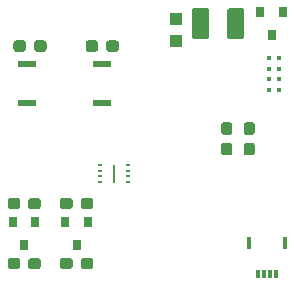
<source format=gbr>
G04 #@! TF.GenerationSoftware,KiCad,Pcbnew,(5.0.0-rc2-200-g1f6f76beb)*
G04 #@! TF.CreationDate,2020-02-25T20:58:18-05:00*
G04 #@! TF.ProjectId,watch-logic,77617463682D6C6F6769632E6B696361,rev?*
G04 #@! TF.SameCoordinates,Original*
G04 #@! TF.FileFunction,Paste,Top*
G04 #@! TF.FilePolarity,Positive*
%FSLAX46Y46*%
G04 Gerber Fmt 4.6, Leading zero omitted, Abs format (unit mm)*
G04 Created by KiCad (PCBNEW (5.0.0-rc2-200-g1f6f76beb)) date Tue Feb 25 20:58:18 2020*
%MOMM*%
%LPD*%
G01*
G04 APERTURE LIST*
%ADD10R,1.100000X1.050000*%
%ADD11C,0.100000*%
%ADD12C,1.425000*%
%ADD13R,0.420000X0.400000*%
%ADD14R,0.800000X0.900000*%
%ADD15C,0.950000*%
%ADD16R,1.500000X0.550000*%
%ADD17R,0.300000X0.250000*%
%ADD18R,0.200000X1.600000*%
%ADD19R,0.300000X0.700000*%
%ADD20R,0.300000X1.000000*%
G04 APERTURE END LIST*
D10*
G04 #@! TO.C,Y1*
X177927000Y-113284000D03*
X177927000Y-115134000D03*
G04 #@! TD*
D11*
G04 #@! TO.C,C1*
G36*
X183494004Y-112341204D02*
X183518273Y-112344804D01*
X183542071Y-112350765D01*
X183565171Y-112359030D01*
X183587349Y-112369520D01*
X183608393Y-112382133D01*
X183628098Y-112396747D01*
X183646277Y-112413223D01*
X183662753Y-112431402D01*
X183677367Y-112451107D01*
X183689980Y-112472151D01*
X183700470Y-112494329D01*
X183708735Y-112517429D01*
X183714696Y-112541227D01*
X183718296Y-112565496D01*
X183719500Y-112590000D01*
X183719500Y-114740000D01*
X183718296Y-114764504D01*
X183714696Y-114788773D01*
X183708735Y-114812571D01*
X183700470Y-114835671D01*
X183689980Y-114857849D01*
X183677367Y-114878893D01*
X183662753Y-114898598D01*
X183646277Y-114916777D01*
X183628098Y-114933253D01*
X183608393Y-114947867D01*
X183587349Y-114960480D01*
X183565171Y-114970970D01*
X183542071Y-114979235D01*
X183518273Y-114985196D01*
X183494004Y-114988796D01*
X183469500Y-114990000D01*
X182544500Y-114990000D01*
X182519996Y-114988796D01*
X182495727Y-114985196D01*
X182471929Y-114979235D01*
X182448829Y-114970970D01*
X182426651Y-114960480D01*
X182405607Y-114947867D01*
X182385902Y-114933253D01*
X182367723Y-114916777D01*
X182351247Y-114898598D01*
X182336633Y-114878893D01*
X182324020Y-114857849D01*
X182313530Y-114835671D01*
X182305265Y-114812571D01*
X182299304Y-114788773D01*
X182295704Y-114764504D01*
X182294500Y-114740000D01*
X182294500Y-112590000D01*
X182295704Y-112565496D01*
X182299304Y-112541227D01*
X182305265Y-112517429D01*
X182313530Y-112494329D01*
X182324020Y-112472151D01*
X182336633Y-112451107D01*
X182351247Y-112431402D01*
X182367723Y-112413223D01*
X182385902Y-112396747D01*
X182405607Y-112382133D01*
X182426651Y-112369520D01*
X182448829Y-112359030D01*
X182471929Y-112350765D01*
X182495727Y-112344804D01*
X182519996Y-112341204D01*
X182544500Y-112340000D01*
X183469500Y-112340000D01*
X183494004Y-112341204D01*
X183494004Y-112341204D01*
G37*
D12*
X183007000Y-113665000D03*
D11*
G36*
X180519004Y-112341204D02*
X180543273Y-112344804D01*
X180567071Y-112350765D01*
X180590171Y-112359030D01*
X180612349Y-112369520D01*
X180633393Y-112382133D01*
X180653098Y-112396747D01*
X180671277Y-112413223D01*
X180687753Y-112431402D01*
X180702367Y-112451107D01*
X180714980Y-112472151D01*
X180725470Y-112494329D01*
X180733735Y-112517429D01*
X180739696Y-112541227D01*
X180743296Y-112565496D01*
X180744500Y-112590000D01*
X180744500Y-114740000D01*
X180743296Y-114764504D01*
X180739696Y-114788773D01*
X180733735Y-114812571D01*
X180725470Y-114835671D01*
X180714980Y-114857849D01*
X180702367Y-114878893D01*
X180687753Y-114898598D01*
X180671277Y-114916777D01*
X180653098Y-114933253D01*
X180633393Y-114947867D01*
X180612349Y-114960480D01*
X180590171Y-114970970D01*
X180567071Y-114979235D01*
X180543273Y-114985196D01*
X180519004Y-114988796D01*
X180494500Y-114990000D01*
X179569500Y-114990000D01*
X179544996Y-114988796D01*
X179520727Y-114985196D01*
X179496929Y-114979235D01*
X179473829Y-114970970D01*
X179451651Y-114960480D01*
X179430607Y-114947867D01*
X179410902Y-114933253D01*
X179392723Y-114916777D01*
X179376247Y-114898598D01*
X179361633Y-114878893D01*
X179349020Y-114857849D01*
X179338530Y-114835671D01*
X179330265Y-114812571D01*
X179324304Y-114788773D01*
X179320704Y-114764504D01*
X179319500Y-114740000D01*
X179319500Y-112590000D01*
X179320704Y-112565496D01*
X179324304Y-112541227D01*
X179330265Y-112517429D01*
X179338530Y-112494329D01*
X179349020Y-112472151D01*
X179361633Y-112451107D01*
X179376247Y-112431402D01*
X179392723Y-112413223D01*
X179410902Y-112396747D01*
X179430607Y-112382133D01*
X179451651Y-112369520D01*
X179473829Y-112359030D01*
X179496929Y-112350765D01*
X179520727Y-112344804D01*
X179544996Y-112341204D01*
X179569500Y-112340000D01*
X180494500Y-112340000D01*
X180519004Y-112341204D01*
X180519004Y-112341204D01*
G37*
D12*
X180032000Y-113665000D03*
G04 #@! TD*
D13*
G04 #@! TO.C,IC2*
X185790000Y-119275000D03*
X185790000Y-118375000D03*
X185790000Y-117475000D03*
X185790000Y-116575000D03*
X186690000Y-119275000D03*
X186690000Y-118375000D03*
X186690000Y-117475000D03*
X186690000Y-116575000D03*
G04 #@! TD*
D14*
G04 #@! TO.C,Q1*
X166050000Y-130445000D03*
X164150000Y-130445000D03*
X165100000Y-132445000D03*
G04 #@! TD*
G04 #@! TO.C,Q2*
X169545000Y-132445000D03*
X168595000Y-130445000D03*
X170495000Y-130445000D03*
G04 #@! TD*
D11*
G04 #@! TO.C,R3*
G36*
X172889779Y-115096144D02*
X172912834Y-115099563D01*
X172935443Y-115105227D01*
X172957387Y-115113079D01*
X172978457Y-115123044D01*
X172998448Y-115135026D01*
X173017168Y-115148910D01*
X173034438Y-115164562D01*
X173050090Y-115181832D01*
X173063974Y-115200552D01*
X173075956Y-115220543D01*
X173085921Y-115241613D01*
X173093773Y-115263557D01*
X173099437Y-115286166D01*
X173102856Y-115309221D01*
X173104000Y-115332500D01*
X173104000Y-115807500D01*
X173102856Y-115830779D01*
X173099437Y-115853834D01*
X173093773Y-115876443D01*
X173085921Y-115898387D01*
X173075956Y-115919457D01*
X173063974Y-115939448D01*
X173050090Y-115958168D01*
X173034438Y-115975438D01*
X173017168Y-115991090D01*
X172998448Y-116004974D01*
X172978457Y-116016956D01*
X172957387Y-116026921D01*
X172935443Y-116034773D01*
X172912834Y-116040437D01*
X172889779Y-116043856D01*
X172866500Y-116045000D01*
X172291500Y-116045000D01*
X172268221Y-116043856D01*
X172245166Y-116040437D01*
X172222557Y-116034773D01*
X172200613Y-116026921D01*
X172179543Y-116016956D01*
X172159552Y-116004974D01*
X172140832Y-115991090D01*
X172123562Y-115975438D01*
X172107910Y-115958168D01*
X172094026Y-115939448D01*
X172082044Y-115919457D01*
X172072079Y-115898387D01*
X172064227Y-115876443D01*
X172058563Y-115853834D01*
X172055144Y-115830779D01*
X172054000Y-115807500D01*
X172054000Y-115332500D01*
X172055144Y-115309221D01*
X172058563Y-115286166D01*
X172064227Y-115263557D01*
X172072079Y-115241613D01*
X172082044Y-115220543D01*
X172094026Y-115200552D01*
X172107910Y-115181832D01*
X172123562Y-115164562D01*
X172140832Y-115148910D01*
X172159552Y-115135026D01*
X172179543Y-115123044D01*
X172200613Y-115113079D01*
X172222557Y-115105227D01*
X172245166Y-115099563D01*
X172268221Y-115096144D01*
X172291500Y-115095000D01*
X172866500Y-115095000D01*
X172889779Y-115096144D01*
X172889779Y-115096144D01*
G37*
D15*
X172579000Y-115570000D03*
D11*
G36*
X171139779Y-115096144D02*
X171162834Y-115099563D01*
X171185443Y-115105227D01*
X171207387Y-115113079D01*
X171228457Y-115123044D01*
X171248448Y-115135026D01*
X171267168Y-115148910D01*
X171284438Y-115164562D01*
X171300090Y-115181832D01*
X171313974Y-115200552D01*
X171325956Y-115220543D01*
X171335921Y-115241613D01*
X171343773Y-115263557D01*
X171349437Y-115286166D01*
X171352856Y-115309221D01*
X171354000Y-115332500D01*
X171354000Y-115807500D01*
X171352856Y-115830779D01*
X171349437Y-115853834D01*
X171343773Y-115876443D01*
X171335921Y-115898387D01*
X171325956Y-115919457D01*
X171313974Y-115939448D01*
X171300090Y-115958168D01*
X171284438Y-115975438D01*
X171267168Y-115991090D01*
X171248448Y-116004974D01*
X171228457Y-116016956D01*
X171207387Y-116026921D01*
X171185443Y-116034773D01*
X171162834Y-116040437D01*
X171139779Y-116043856D01*
X171116500Y-116045000D01*
X170541500Y-116045000D01*
X170518221Y-116043856D01*
X170495166Y-116040437D01*
X170472557Y-116034773D01*
X170450613Y-116026921D01*
X170429543Y-116016956D01*
X170409552Y-116004974D01*
X170390832Y-115991090D01*
X170373562Y-115975438D01*
X170357910Y-115958168D01*
X170344026Y-115939448D01*
X170332044Y-115919457D01*
X170322079Y-115898387D01*
X170314227Y-115876443D01*
X170308563Y-115853834D01*
X170305144Y-115830779D01*
X170304000Y-115807500D01*
X170304000Y-115332500D01*
X170305144Y-115309221D01*
X170308563Y-115286166D01*
X170314227Y-115263557D01*
X170322079Y-115241613D01*
X170332044Y-115220543D01*
X170344026Y-115200552D01*
X170357910Y-115181832D01*
X170373562Y-115164562D01*
X170390832Y-115148910D01*
X170409552Y-115135026D01*
X170429543Y-115123044D01*
X170450613Y-115113079D01*
X170472557Y-115105227D01*
X170495166Y-115099563D01*
X170518221Y-115096144D01*
X170541500Y-115095000D01*
X171116500Y-115095000D01*
X171139779Y-115096144D01*
X171139779Y-115096144D01*
G37*
D15*
X170829000Y-115570000D03*
G04 #@! TD*
D11*
G04 #@! TO.C,R4*
G36*
X166779779Y-115096144D02*
X166802834Y-115099563D01*
X166825443Y-115105227D01*
X166847387Y-115113079D01*
X166868457Y-115123044D01*
X166888448Y-115135026D01*
X166907168Y-115148910D01*
X166924438Y-115164562D01*
X166940090Y-115181832D01*
X166953974Y-115200552D01*
X166965956Y-115220543D01*
X166975921Y-115241613D01*
X166983773Y-115263557D01*
X166989437Y-115286166D01*
X166992856Y-115309221D01*
X166994000Y-115332500D01*
X166994000Y-115807500D01*
X166992856Y-115830779D01*
X166989437Y-115853834D01*
X166983773Y-115876443D01*
X166975921Y-115898387D01*
X166965956Y-115919457D01*
X166953974Y-115939448D01*
X166940090Y-115958168D01*
X166924438Y-115975438D01*
X166907168Y-115991090D01*
X166888448Y-116004974D01*
X166868457Y-116016956D01*
X166847387Y-116026921D01*
X166825443Y-116034773D01*
X166802834Y-116040437D01*
X166779779Y-116043856D01*
X166756500Y-116045000D01*
X166181500Y-116045000D01*
X166158221Y-116043856D01*
X166135166Y-116040437D01*
X166112557Y-116034773D01*
X166090613Y-116026921D01*
X166069543Y-116016956D01*
X166049552Y-116004974D01*
X166030832Y-115991090D01*
X166013562Y-115975438D01*
X165997910Y-115958168D01*
X165984026Y-115939448D01*
X165972044Y-115919457D01*
X165962079Y-115898387D01*
X165954227Y-115876443D01*
X165948563Y-115853834D01*
X165945144Y-115830779D01*
X165944000Y-115807500D01*
X165944000Y-115332500D01*
X165945144Y-115309221D01*
X165948563Y-115286166D01*
X165954227Y-115263557D01*
X165962079Y-115241613D01*
X165972044Y-115220543D01*
X165984026Y-115200552D01*
X165997910Y-115181832D01*
X166013562Y-115164562D01*
X166030832Y-115148910D01*
X166049552Y-115135026D01*
X166069543Y-115123044D01*
X166090613Y-115113079D01*
X166112557Y-115105227D01*
X166135166Y-115099563D01*
X166158221Y-115096144D01*
X166181500Y-115095000D01*
X166756500Y-115095000D01*
X166779779Y-115096144D01*
X166779779Y-115096144D01*
G37*
D15*
X166469000Y-115570000D03*
D11*
G36*
X165029779Y-115096144D02*
X165052834Y-115099563D01*
X165075443Y-115105227D01*
X165097387Y-115113079D01*
X165118457Y-115123044D01*
X165138448Y-115135026D01*
X165157168Y-115148910D01*
X165174438Y-115164562D01*
X165190090Y-115181832D01*
X165203974Y-115200552D01*
X165215956Y-115220543D01*
X165225921Y-115241613D01*
X165233773Y-115263557D01*
X165239437Y-115286166D01*
X165242856Y-115309221D01*
X165244000Y-115332500D01*
X165244000Y-115807500D01*
X165242856Y-115830779D01*
X165239437Y-115853834D01*
X165233773Y-115876443D01*
X165225921Y-115898387D01*
X165215956Y-115919457D01*
X165203974Y-115939448D01*
X165190090Y-115958168D01*
X165174438Y-115975438D01*
X165157168Y-115991090D01*
X165138448Y-116004974D01*
X165118457Y-116016956D01*
X165097387Y-116026921D01*
X165075443Y-116034773D01*
X165052834Y-116040437D01*
X165029779Y-116043856D01*
X165006500Y-116045000D01*
X164431500Y-116045000D01*
X164408221Y-116043856D01*
X164385166Y-116040437D01*
X164362557Y-116034773D01*
X164340613Y-116026921D01*
X164319543Y-116016956D01*
X164299552Y-116004974D01*
X164280832Y-115991090D01*
X164263562Y-115975438D01*
X164247910Y-115958168D01*
X164234026Y-115939448D01*
X164222044Y-115919457D01*
X164212079Y-115898387D01*
X164204227Y-115876443D01*
X164198563Y-115853834D01*
X164195144Y-115830779D01*
X164194000Y-115807500D01*
X164194000Y-115332500D01*
X164195144Y-115309221D01*
X164198563Y-115286166D01*
X164204227Y-115263557D01*
X164212079Y-115241613D01*
X164222044Y-115220543D01*
X164234026Y-115200552D01*
X164247910Y-115181832D01*
X164263562Y-115164562D01*
X164280832Y-115148910D01*
X164299552Y-115135026D01*
X164319543Y-115123044D01*
X164340613Y-115113079D01*
X164362557Y-115105227D01*
X164385166Y-115099563D01*
X164408221Y-115096144D01*
X164431500Y-115095000D01*
X165006500Y-115095000D01*
X165029779Y-115096144D01*
X165029779Y-115096144D01*
G37*
D15*
X164719000Y-115570000D03*
G04 #@! TD*
D11*
G04 #@! TO.C,R5*
G36*
X184410779Y-123781144D02*
X184433834Y-123784563D01*
X184456443Y-123790227D01*
X184478387Y-123798079D01*
X184499457Y-123808044D01*
X184519448Y-123820026D01*
X184538168Y-123833910D01*
X184555438Y-123849562D01*
X184571090Y-123866832D01*
X184584974Y-123885552D01*
X184596956Y-123905543D01*
X184606921Y-123926613D01*
X184614773Y-123948557D01*
X184620437Y-123971166D01*
X184623856Y-123994221D01*
X184625000Y-124017500D01*
X184625000Y-124592500D01*
X184623856Y-124615779D01*
X184620437Y-124638834D01*
X184614773Y-124661443D01*
X184606921Y-124683387D01*
X184596956Y-124704457D01*
X184584974Y-124724448D01*
X184571090Y-124743168D01*
X184555438Y-124760438D01*
X184538168Y-124776090D01*
X184519448Y-124789974D01*
X184499457Y-124801956D01*
X184478387Y-124811921D01*
X184456443Y-124819773D01*
X184433834Y-124825437D01*
X184410779Y-124828856D01*
X184387500Y-124830000D01*
X183912500Y-124830000D01*
X183889221Y-124828856D01*
X183866166Y-124825437D01*
X183843557Y-124819773D01*
X183821613Y-124811921D01*
X183800543Y-124801956D01*
X183780552Y-124789974D01*
X183761832Y-124776090D01*
X183744562Y-124760438D01*
X183728910Y-124743168D01*
X183715026Y-124724448D01*
X183703044Y-124704457D01*
X183693079Y-124683387D01*
X183685227Y-124661443D01*
X183679563Y-124638834D01*
X183676144Y-124615779D01*
X183675000Y-124592500D01*
X183675000Y-124017500D01*
X183676144Y-123994221D01*
X183679563Y-123971166D01*
X183685227Y-123948557D01*
X183693079Y-123926613D01*
X183703044Y-123905543D01*
X183715026Y-123885552D01*
X183728910Y-123866832D01*
X183744562Y-123849562D01*
X183761832Y-123833910D01*
X183780552Y-123820026D01*
X183800543Y-123808044D01*
X183821613Y-123798079D01*
X183843557Y-123790227D01*
X183866166Y-123784563D01*
X183889221Y-123781144D01*
X183912500Y-123780000D01*
X184387500Y-123780000D01*
X184410779Y-123781144D01*
X184410779Y-123781144D01*
G37*
D15*
X184150000Y-124305000D03*
D11*
G36*
X184410779Y-122031144D02*
X184433834Y-122034563D01*
X184456443Y-122040227D01*
X184478387Y-122048079D01*
X184499457Y-122058044D01*
X184519448Y-122070026D01*
X184538168Y-122083910D01*
X184555438Y-122099562D01*
X184571090Y-122116832D01*
X184584974Y-122135552D01*
X184596956Y-122155543D01*
X184606921Y-122176613D01*
X184614773Y-122198557D01*
X184620437Y-122221166D01*
X184623856Y-122244221D01*
X184625000Y-122267500D01*
X184625000Y-122842500D01*
X184623856Y-122865779D01*
X184620437Y-122888834D01*
X184614773Y-122911443D01*
X184606921Y-122933387D01*
X184596956Y-122954457D01*
X184584974Y-122974448D01*
X184571090Y-122993168D01*
X184555438Y-123010438D01*
X184538168Y-123026090D01*
X184519448Y-123039974D01*
X184499457Y-123051956D01*
X184478387Y-123061921D01*
X184456443Y-123069773D01*
X184433834Y-123075437D01*
X184410779Y-123078856D01*
X184387500Y-123080000D01*
X183912500Y-123080000D01*
X183889221Y-123078856D01*
X183866166Y-123075437D01*
X183843557Y-123069773D01*
X183821613Y-123061921D01*
X183800543Y-123051956D01*
X183780552Y-123039974D01*
X183761832Y-123026090D01*
X183744562Y-123010438D01*
X183728910Y-122993168D01*
X183715026Y-122974448D01*
X183703044Y-122954457D01*
X183693079Y-122933387D01*
X183685227Y-122911443D01*
X183679563Y-122888834D01*
X183676144Y-122865779D01*
X183675000Y-122842500D01*
X183675000Y-122267500D01*
X183676144Y-122244221D01*
X183679563Y-122221166D01*
X183685227Y-122198557D01*
X183693079Y-122176613D01*
X183703044Y-122155543D01*
X183715026Y-122135552D01*
X183728910Y-122116832D01*
X183744562Y-122099562D01*
X183761832Y-122083910D01*
X183780552Y-122070026D01*
X183800543Y-122058044D01*
X183821613Y-122048079D01*
X183843557Y-122040227D01*
X183866166Y-122034563D01*
X183889221Y-122031144D01*
X183912500Y-122030000D01*
X184387500Y-122030000D01*
X184410779Y-122031144D01*
X184410779Y-122031144D01*
G37*
D15*
X184150000Y-122555000D03*
G04 #@! TD*
D11*
G04 #@! TO.C,R6*
G36*
X182505779Y-122031144D02*
X182528834Y-122034563D01*
X182551443Y-122040227D01*
X182573387Y-122048079D01*
X182594457Y-122058044D01*
X182614448Y-122070026D01*
X182633168Y-122083910D01*
X182650438Y-122099562D01*
X182666090Y-122116832D01*
X182679974Y-122135552D01*
X182691956Y-122155543D01*
X182701921Y-122176613D01*
X182709773Y-122198557D01*
X182715437Y-122221166D01*
X182718856Y-122244221D01*
X182720000Y-122267500D01*
X182720000Y-122842500D01*
X182718856Y-122865779D01*
X182715437Y-122888834D01*
X182709773Y-122911443D01*
X182701921Y-122933387D01*
X182691956Y-122954457D01*
X182679974Y-122974448D01*
X182666090Y-122993168D01*
X182650438Y-123010438D01*
X182633168Y-123026090D01*
X182614448Y-123039974D01*
X182594457Y-123051956D01*
X182573387Y-123061921D01*
X182551443Y-123069773D01*
X182528834Y-123075437D01*
X182505779Y-123078856D01*
X182482500Y-123080000D01*
X182007500Y-123080000D01*
X181984221Y-123078856D01*
X181961166Y-123075437D01*
X181938557Y-123069773D01*
X181916613Y-123061921D01*
X181895543Y-123051956D01*
X181875552Y-123039974D01*
X181856832Y-123026090D01*
X181839562Y-123010438D01*
X181823910Y-122993168D01*
X181810026Y-122974448D01*
X181798044Y-122954457D01*
X181788079Y-122933387D01*
X181780227Y-122911443D01*
X181774563Y-122888834D01*
X181771144Y-122865779D01*
X181770000Y-122842500D01*
X181770000Y-122267500D01*
X181771144Y-122244221D01*
X181774563Y-122221166D01*
X181780227Y-122198557D01*
X181788079Y-122176613D01*
X181798044Y-122155543D01*
X181810026Y-122135552D01*
X181823910Y-122116832D01*
X181839562Y-122099562D01*
X181856832Y-122083910D01*
X181875552Y-122070026D01*
X181895543Y-122058044D01*
X181916613Y-122048079D01*
X181938557Y-122040227D01*
X181961166Y-122034563D01*
X181984221Y-122031144D01*
X182007500Y-122030000D01*
X182482500Y-122030000D01*
X182505779Y-122031144D01*
X182505779Y-122031144D01*
G37*
D15*
X182245000Y-122555000D03*
D11*
G36*
X182505779Y-123781144D02*
X182528834Y-123784563D01*
X182551443Y-123790227D01*
X182573387Y-123798079D01*
X182594457Y-123808044D01*
X182614448Y-123820026D01*
X182633168Y-123833910D01*
X182650438Y-123849562D01*
X182666090Y-123866832D01*
X182679974Y-123885552D01*
X182691956Y-123905543D01*
X182701921Y-123926613D01*
X182709773Y-123948557D01*
X182715437Y-123971166D01*
X182718856Y-123994221D01*
X182720000Y-124017500D01*
X182720000Y-124592500D01*
X182718856Y-124615779D01*
X182715437Y-124638834D01*
X182709773Y-124661443D01*
X182701921Y-124683387D01*
X182691956Y-124704457D01*
X182679974Y-124724448D01*
X182666090Y-124743168D01*
X182650438Y-124760438D01*
X182633168Y-124776090D01*
X182614448Y-124789974D01*
X182594457Y-124801956D01*
X182573387Y-124811921D01*
X182551443Y-124819773D01*
X182528834Y-124825437D01*
X182505779Y-124828856D01*
X182482500Y-124830000D01*
X182007500Y-124830000D01*
X181984221Y-124828856D01*
X181961166Y-124825437D01*
X181938557Y-124819773D01*
X181916613Y-124811921D01*
X181895543Y-124801956D01*
X181875552Y-124789974D01*
X181856832Y-124776090D01*
X181839562Y-124760438D01*
X181823910Y-124743168D01*
X181810026Y-124724448D01*
X181798044Y-124704457D01*
X181788079Y-124683387D01*
X181780227Y-124661443D01*
X181774563Y-124638834D01*
X181771144Y-124615779D01*
X181770000Y-124592500D01*
X181770000Y-124017500D01*
X181771144Y-123994221D01*
X181774563Y-123971166D01*
X181780227Y-123948557D01*
X181788079Y-123926613D01*
X181798044Y-123905543D01*
X181810026Y-123885552D01*
X181823910Y-123866832D01*
X181839562Y-123849562D01*
X181856832Y-123833910D01*
X181875552Y-123820026D01*
X181895543Y-123808044D01*
X181916613Y-123798079D01*
X181938557Y-123790227D01*
X181961166Y-123784563D01*
X181984221Y-123781144D01*
X182007500Y-123780000D01*
X182482500Y-123780000D01*
X182505779Y-123781144D01*
X182505779Y-123781144D01*
G37*
D15*
X182245000Y-124305000D03*
G04 #@! TD*
D11*
G04 #@! TO.C,R7*
G36*
X166285779Y-128431144D02*
X166308834Y-128434563D01*
X166331443Y-128440227D01*
X166353387Y-128448079D01*
X166374457Y-128458044D01*
X166394448Y-128470026D01*
X166413168Y-128483910D01*
X166430438Y-128499562D01*
X166446090Y-128516832D01*
X166459974Y-128535552D01*
X166471956Y-128555543D01*
X166481921Y-128576613D01*
X166489773Y-128598557D01*
X166495437Y-128621166D01*
X166498856Y-128644221D01*
X166500000Y-128667500D01*
X166500000Y-129142500D01*
X166498856Y-129165779D01*
X166495437Y-129188834D01*
X166489773Y-129211443D01*
X166481921Y-129233387D01*
X166471956Y-129254457D01*
X166459974Y-129274448D01*
X166446090Y-129293168D01*
X166430438Y-129310438D01*
X166413168Y-129326090D01*
X166394448Y-129339974D01*
X166374457Y-129351956D01*
X166353387Y-129361921D01*
X166331443Y-129369773D01*
X166308834Y-129375437D01*
X166285779Y-129378856D01*
X166262500Y-129380000D01*
X165687500Y-129380000D01*
X165664221Y-129378856D01*
X165641166Y-129375437D01*
X165618557Y-129369773D01*
X165596613Y-129361921D01*
X165575543Y-129351956D01*
X165555552Y-129339974D01*
X165536832Y-129326090D01*
X165519562Y-129310438D01*
X165503910Y-129293168D01*
X165490026Y-129274448D01*
X165478044Y-129254457D01*
X165468079Y-129233387D01*
X165460227Y-129211443D01*
X165454563Y-129188834D01*
X165451144Y-129165779D01*
X165450000Y-129142500D01*
X165450000Y-128667500D01*
X165451144Y-128644221D01*
X165454563Y-128621166D01*
X165460227Y-128598557D01*
X165468079Y-128576613D01*
X165478044Y-128555543D01*
X165490026Y-128535552D01*
X165503910Y-128516832D01*
X165519562Y-128499562D01*
X165536832Y-128483910D01*
X165555552Y-128470026D01*
X165575543Y-128458044D01*
X165596613Y-128448079D01*
X165618557Y-128440227D01*
X165641166Y-128434563D01*
X165664221Y-128431144D01*
X165687500Y-128430000D01*
X166262500Y-128430000D01*
X166285779Y-128431144D01*
X166285779Y-128431144D01*
G37*
D15*
X165975000Y-128905000D03*
D11*
G36*
X164535779Y-128431144D02*
X164558834Y-128434563D01*
X164581443Y-128440227D01*
X164603387Y-128448079D01*
X164624457Y-128458044D01*
X164644448Y-128470026D01*
X164663168Y-128483910D01*
X164680438Y-128499562D01*
X164696090Y-128516832D01*
X164709974Y-128535552D01*
X164721956Y-128555543D01*
X164731921Y-128576613D01*
X164739773Y-128598557D01*
X164745437Y-128621166D01*
X164748856Y-128644221D01*
X164750000Y-128667500D01*
X164750000Y-129142500D01*
X164748856Y-129165779D01*
X164745437Y-129188834D01*
X164739773Y-129211443D01*
X164731921Y-129233387D01*
X164721956Y-129254457D01*
X164709974Y-129274448D01*
X164696090Y-129293168D01*
X164680438Y-129310438D01*
X164663168Y-129326090D01*
X164644448Y-129339974D01*
X164624457Y-129351956D01*
X164603387Y-129361921D01*
X164581443Y-129369773D01*
X164558834Y-129375437D01*
X164535779Y-129378856D01*
X164512500Y-129380000D01*
X163937500Y-129380000D01*
X163914221Y-129378856D01*
X163891166Y-129375437D01*
X163868557Y-129369773D01*
X163846613Y-129361921D01*
X163825543Y-129351956D01*
X163805552Y-129339974D01*
X163786832Y-129326090D01*
X163769562Y-129310438D01*
X163753910Y-129293168D01*
X163740026Y-129274448D01*
X163728044Y-129254457D01*
X163718079Y-129233387D01*
X163710227Y-129211443D01*
X163704563Y-129188834D01*
X163701144Y-129165779D01*
X163700000Y-129142500D01*
X163700000Y-128667500D01*
X163701144Y-128644221D01*
X163704563Y-128621166D01*
X163710227Y-128598557D01*
X163718079Y-128576613D01*
X163728044Y-128555543D01*
X163740026Y-128535552D01*
X163753910Y-128516832D01*
X163769562Y-128499562D01*
X163786832Y-128483910D01*
X163805552Y-128470026D01*
X163825543Y-128458044D01*
X163846613Y-128448079D01*
X163868557Y-128440227D01*
X163891166Y-128434563D01*
X163914221Y-128431144D01*
X163937500Y-128430000D01*
X164512500Y-128430000D01*
X164535779Y-128431144D01*
X164535779Y-128431144D01*
G37*
D15*
X164225000Y-128905000D03*
G04 #@! TD*
D11*
G04 #@! TO.C,R8*
G36*
X164535779Y-133511144D02*
X164558834Y-133514563D01*
X164581443Y-133520227D01*
X164603387Y-133528079D01*
X164624457Y-133538044D01*
X164644448Y-133550026D01*
X164663168Y-133563910D01*
X164680438Y-133579562D01*
X164696090Y-133596832D01*
X164709974Y-133615552D01*
X164721956Y-133635543D01*
X164731921Y-133656613D01*
X164739773Y-133678557D01*
X164745437Y-133701166D01*
X164748856Y-133724221D01*
X164750000Y-133747500D01*
X164750000Y-134222500D01*
X164748856Y-134245779D01*
X164745437Y-134268834D01*
X164739773Y-134291443D01*
X164731921Y-134313387D01*
X164721956Y-134334457D01*
X164709974Y-134354448D01*
X164696090Y-134373168D01*
X164680438Y-134390438D01*
X164663168Y-134406090D01*
X164644448Y-134419974D01*
X164624457Y-134431956D01*
X164603387Y-134441921D01*
X164581443Y-134449773D01*
X164558834Y-134455437D01*
X164535779Y-134458856D01*
X164512500Y-134460000D01*
X163937500Y-134460000D01*
X163914221Y-134458856D01*
X163891166Y-134455437D01*
X163868557Y-134449773D01*
X163846613Y-134441921D01*
X163825543Y-134431956D01*
X163805552Y-134419974D01*
X163786832Y-134406090D01*
X163769562Y-134390438D01*
X163753910Y-134373168D01*
X163740026Y-134354448D01*
X163728044Y-134334457D01*
X163718079Y-134313387D01*
X163710227Y-134291443D01*
X163704563Y-134268834D01*
X163701144Y-134245779D01*
X163700000Y-134222500D01*
X163700000Y-133747500D01*
X163701144Y-133724221D01*
X163704563Y-133701166D01*
X163710227Y-133678557D01*
X163718079Y-133656613D01*
X163728044Y-133635543D01*
X163740026Y-133615552D01*
X163753910Y-133596832D01*
X163769562Y-133579562D01*
X163786832Y-133563910D01*
X163805552Y-133550026D01*
X163825543Y-133538044D01*
X163846613Y-133528079D01*
X163868557Y-133520227D01*
X163891166Y-133514563D01*
X163914221Y-133511144D01*
X163937500Y-133510000D01*
X164512500Y-133510000D01*
X164535779Y-133511144D01*
X164535779Y-133511144D01*
G37*
D15*
X164225000Y-133985000D03*
D11*
G36*
X166285779Y-133511144D02*
X166308834Y-133514563D01*
X166331443Y-133520227D01*
X166353387Y-133528079D01*
X166374457Y-133538044D01*
X166394448Y-133550026D01*
X166413168Y-133563910D01*
X166430438Y-133579562D01*
X166446090Y-133596832D01*
X166459974Y-133615552D01*
X166471956Y-133635543D01*
X166481921Y-133656613D01*
X166489773Y-133678557D01*
X166495437Y-133701166D01*
X166498856Y-133724221D01*
X166500000Y-133747500D01*
X166500000Y-134222500D01*
X166498856Y-134245779D01*
X166495437Y-134268834D01*
X166489773Y-134291443D01*
X166481921Y-134313387D01*
X166471956Y-134334457D01*
X166459974Y-134354448D01*
X166446090Y-134373168D01*
X166430438Y-134390438D01*
X166413168Y-134406090D01*
X166394448Y-134419974D01*
X166374457Y-134431956D01*
X166353387Y-134441921D01*
X166331443Y-134449773D01*
X166308834Y-134455437D01*
X166285779Y-134458856D01*
X166262500Y-134460000D01*
X165687500Y-134460000D01*
X165664221Y-134458856D01*
X165641166Y-134455437D01*
X165618557Y-134449773D01*
X165596613Y-134441921D01*
X165575543Y-134431956D01*
X165555552Y-134419974D01*
X165536832Y-134406090D01*
X165519562Y-134390438D01*
X165503910Y-134373168D01*
X165490026Y-134354448D01*
X165478044Y-134334457D01*
X165468079Y-134313387D01*
X165460227Y-134291443D01*
X165454563Y-134268834D01*
X165451144Y-134245779D01*
X165450000Y-134222500D01*
X165450000Y-133747500D01*
X165451144Y-133724221D01*
X165454563Y-133701166D01*
X165460227Y-133678557D01*
X165468079Y-133656613D01*
X165478044Y-133635543D01*
X165490026Y-133615552D01*
X165503910Y-133596832D01*
X165519562Y-133579562D01*
X165536832Y-133563910D01*
X165555552Y-133550026D01*
X165575543Y-133538044D01*
X165596613Y-133528079D01*
X165618557Y-133520227D01*
X165641166Y-133514563D01*
X165664221Y-133511144D01*
X165687500Y-133510000D01*
X166262500Y-133510000D01*
X166285779Y-133511144D01*
X166285779Y-133511144D01*
G37*
D15*
X165975000Y-133985000D03*
G04 #@! TD*
D11*
G04 #@! TO.C,R9*
G36*
X170730779Y-128431144D02*
X170753834Y-128434563D01*
X170776443Y-128440227D01*
X170798387Y-128448079D01*
X170819457Y-128458044D01*
X170839448Y-128470026D01*
X170858168Y-128483910D01*
X170875438Y-128499562D01*
X170891090Y-128516832D01*
X170904974Y-128535552D01*
X170916956Y-128555543D01*
X170926921Y-128576613D01*
X170934773Y-128598557D01*
X170940437Y-128621166D01*
X170943856Y-128644221D01*
X170945000Y-128667500D01*
X170945000Y-129142500D01*
X170943856Y-129165779D01*
X170940437Y-129188834D01*
X170934773Y-129211443D01*
X170926921Y-129233387D01*
X170916956Y-129254457D01*
X170904974Y-129274448D01*
X170891090Y-129293168D01*
X170875438Y-129310438D01*
X170858168Y-129326090D01*
X170839448Y-129339974D01*
X170819457Y-129351956D01*
X170798387Y-129361921D01*
X170776443Y-129369773D01*
X170753834Y-129375437D01*
X170730779Y-129378856D01*
X170707500Y-129380000D01*
X170132500Y-129380000D01*
X170109221Y-129378856D01*
X170086166Y-129375437D01*
X170063557Y-129369773D01*
X170041613Y-129361921D01*
X170020543Y-129351956D01*
X170000552Y-129339974D01*
X169981832Y-129326090D01*
X169964562Y-129310438D01*
X169948910Y-129293168D01*
X169935026Y-129274448D01*
X169923044Y-129254457D01*
X169913079Y-129233387D01*
X169905227Y-129211443D01*
X169899563Y-129188834D01*
X169896144Y-129165779D01*
X169895000Y-129142500D01*
X169895000Y-128667500D01*
X169896144Y-128644221D01*
X169899563Y-128621166D01*
X169905227Y-128598557D01*
X169913079Y-128576613D01*
X169923044Y-128555543D01*
X169935026Y-128535552D01*
X169948910Y-128516832D01*
X169964562Y-128499562D01*
X169981832Y-128483910D01*
X170000552Y-128470026D01*
X170020543Y-128458044D01*
X170041613Y-128448079D01*
X170063557Y-128440227D01*
X170086166Y-128434563D01*
X170109221Y-128431144D01*
X170132500Y-128430000D01*
X170707500Y-128430000D01*
X170730779Y-128431144D01*
X170730779Y-128431144D01*
G37*
D15*
X170420000Y-128905000D03*
D11*
G36*
X168980779Y-128431144D02*
X169003834Y-128434563D01*
X169026443Y-128440227D01*
X169048387Y-128448079D01*
X169069457Y-128458044D01*
X169089448Y-128470026D01*
X169108168Y-128483910D01*
X169125438Y-128499562D01*
X169141090Y-128516832D01*
X169154974Y-128535552D01*
X169166956Y-128555543D01*
X169176921Y-128576613D01*
X169184773Y-128598557D01*
X169190437Y-128621166D01*
X169193856Y-128644221D01*
X169195000Y-128667500D01*
X169195000Y-129142500D01*
X169193856Y-129165779D01*
X169190437Y-129188834D01*
X169184773Y-129211443D01*
X169176921Y-129233387D01*
X169166956Y-129254457D01*
X169154974Y-129274448D01*
X169141090Y-129293168D01*
X169125438Y-129310438D01*
X169108168Y-129326090D01*
X169089448Y-129339974D01*
X169069457Y-129351956D01*
X169048387Y-129361921D01*
X169026443Y-129369773D01*
X169003834Y-129375437D01*
X168980779Y-129378856D01*
X168957500Y-129380000D01*
X168382500Y-129380000D01*
X168359221Y-129378856D01*
X168336166Y-129375437D01*
X168313557Y-129369773D01*
X168291613Y-129361921D01*
X168270543Y-129351956D01*
X168250552Y-129339974D01*
X168231832Y-129326090D01*
X168214562Y-129310438D01*
X168198910Y-129293168D01*
X168185026Y-129274448D01*
X168173044Y-129254457D01*
X168163079Y-129233387D01*
X168155227Y-129211443D01*
X168149563Y-129188834D01*
X168146144Y-129165779D01*
X168145000Y-129142500D01*
X168145000Y-128667500D01*
X168146144Y-128644221D01*
X168149563Y-128621166D01*
X168155227Y-128598557D01*
X168163079Y-128576613D01*
X168173044Y-128555543D01*
X168185026Y-128535552D01*
X168198910Y-128516832D01*
X168214562Y-128499562D01*
X168231832Y-128483910D01*
X168250552Y-128470026D01*
X168270543Y-128458044D01*
X168291613Y-128448079D01*
X168313557Y-128440227D01*
X168336166Y-128434563D01*
X168359221Y-128431144D01*
X168382500Y-128430000D01*
X168957500Y-128430000D01*
X168980779Y-128431144D01*
X168980779Y-128431144D01*
G37*
D15*
X168670000Y-128905000D03*
G04 #@! TD*
D11*
G04 #@! TO.C,R10*
G36*
X170730779Y-133511144D02*
X170753834Y-133514563D01*
X170776443Y-133520227D01*
X170798387Y-133528079D01*
X170819457Y-133538044D01*
X170839448Y-133550026D01*
X170858168Y-133563910D01*
X170875438Y-133579562D01*
X170891090Y-133596832D01*
X170904974Y-133615552D01*
X170916956Y-133635543D01*
X170926921Y-133656613D01*
X170934773Y-133678557D01*
X170940437Y-133701166D01*
X170943856Y-133724221D01*
X170945000Y-133747500D01*
X170945000Y-134222500D01*
X170943856Y-134245779D01*
X170940437Y-134268834D01*
X170934773Y-134291443D01*
X170926921Y-134313387D01*
X170916956Y-134334457D01*
X170904974Y-134354448D01*
X170891090Y-134373168D01*
X170875438Y-134390438D01*
X170858168Y-134406090D01*
X170839448Y-134419974D01*
X170819457Y-134431956D01*
X170798387Y-134441921D01*
X170776443Y-134449773D01*
X170753834Y-134455437D01*
X170730779Y-134458856D01*
X170707500Y-134460000D01*
X170132500Y-134460000D01*
X170109221Y-134458856D01*
X170086166Y-134455437D01*
X170063557Y-134449773D01*
X170041613Y-134441921D01*
X170020543Y-134431956D01*
X170000552Y-134419974D01*
X169981832Y-134406090D01*
X169964562Y-134390438D01*
X169948910Y-134373168D01*
X169935026Y-134354448D01*
X169923044Y-134334457D01*
X169913079Y-134313387D01*
X169905227Y-134291443D01*
X169899563Y-134268834D01*
X169896144Y-134245779D01*
X169895000Y-134222500D01*
X169895000Y-133747500D01*
X169896144Y-133724221D01*
X169899563Y-133701166D01*
X169905227Y-133678557D01*
X169913079Y-133656613D01*
X169923044Y-133635543D01*
X169935026Y-133615552D01*
X169948910Y-133596832D01*
X169964562Y-133579562D01*
X169981832Y-133563910D01*
X170000552Y-133550026D01*
X170020543Y-133538044D01*
X170041613Y-133528079D01*
X170063557Y-133520227D01*
X170086166Y-133514563D01*
X170109221Y-133511144D01*
X170132500Y-133510000D01*
X170707500Y-133510000D01*
X170730779Y-133511144D01*
X170730779Y-133511144D01*
G37*
D15*
X170420000Y-133985000D03*
D11*
G36*
X168980779Y-133511144D02*
X169003834Y-133514563D01*
X169026443Y-133520227D01*
X169048387Y-133528079D01*
X169069457Y-133538044D01*
X169089448Y-133550026D01*
X169108168Y-133563910D01*
X169125438Y-133579562D01*
X169141090Y-133596832D01*
X169154974Y-133615552D01*
X169166956Y-133635543D01*
X169176921Y-133656613D01*
X169184773Y-133678557D01*
X169190437Y-133701166D01*
X169193856Y-133724221D01*
X169195000Y-133747500D01*
X169195000Y-134222500D01*
X169193856Y-134245779D01*
X169190437Y-134268834D01*
X169184773Y-134291443D01*
X169176921Y-134313387D01*
X169166956Y-134334457D01*
X169154974Y-134354448D01*
X169141090Y-134373168D01*
X169125438Y-134390438D01*
X169108168Y-134406090D01*
X169089448Y-134419974D01*
X169069457Y-134431956D01*
X169048387Y-134441921D01*
X169026443Y-134449773D01*
X169003834Y-134455437D01*
X168980779Y-134458856D01*
X168957500Y-134460000D01*
X168382500Y-134460000D01*
X168359221Y-134458856D01*
X168336166Y-134455437D01*
X168313557Y-134449773D01*
X168291613Y-134441921D01*
X168270543Y-134431956D01*
X168250552Y-134419974D01*
X168231832Y-134406090D01*
X168214562Y-134390438D01*
X168198910Y-134373168D01*
X168185026Y-134354448D01*
X168173044Y-134334457D01*
X168163079Y-134313387D01*
X168155227Y-134291443D01*
X168149563Y-134268834D01*
X168146144Y-134245779D01*
X168145000Y-134222500D01*
X168145000Y-133747500D01*
X168146144Y-133724221D01*
X168149563Y-133701166D01*
X168155227Y-133678557D01*
X168163079Y-133656613D01*
X168173044Y-133635543D01*
X168185026Y-133615552D01*
X168198910Y-133596832D01*
X168214562Y-133579562D01*
X168231832Y-133563910D01*
X168250552Y-133550026D01*
X168270543Y-133538044D01*
X168291613Y-133528079D01*
X168313557Y-133520227D01*
X168336166Y-133514563D01*
X168359221Y-133511144D01*
X168382500Y-133510000D01*
X168957500Y-133510000D01*
X168980779Y-133511144D01*
X168980779Y-133511144D01*
G37*
D15*
X168670000Y-133985000D03*
G04 #@! TD*
D16*
G04 #@! TO.C,SW_BOOT1*
X165354000Y-117120000D03*
X165354000Y-120370000D03*
G04 #@! TD*
G04 #@! TO.C,SW_RESET1*
X171704000Y-117120000D03*
X171704000Y-120370000D03*
G04 #@! TD*
D17*
G04 #@! TO.C,U1*
X171520000Y-125615000D03*
X171520000Y-126115000D03*
X171520000Y-126615000D03*
X171520000Y-127115000D03*
X173920000Y-127115000D03*
X173920000Y-126615000D03*
X173920000Y-126115000D03*
X173920000Y-125615000D03*
D18*
X172720000Y-126365000D03*
G04 #@! TD*
D19*
G04 #@! TO.C,J5*
X186424000Y-134878200D03*
X185924000Y-134878200D03*
X185424000Y-134878200D03*
X184924000Y-134878200D03*
D20*
X187214000Y-132228200D03*
X184134000Y-132228200D03*
G04 #@! TD*
D14*
G04 #@! TO.C,D1*
X187005000Y-112665000D03*
X185105000Y-112665000D03*
X186055000Y-114665000D03*
G04 #@! TD*
M02*

</source>
